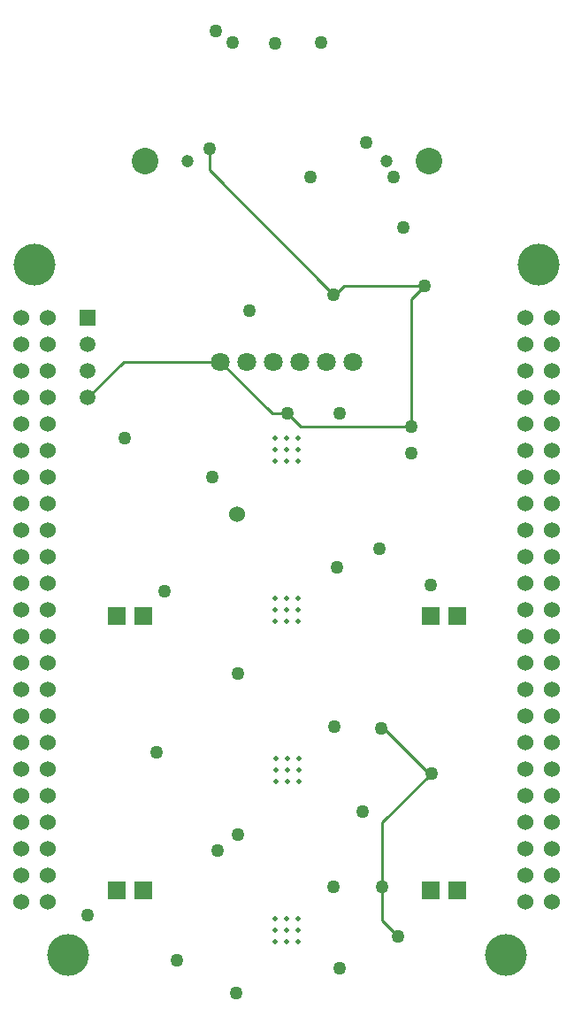
<source format=gbr>
G04 Layer_Physical_Order=2*
G04 Layer_Color=16440176*
%FSLAX26Y26*%
%MOIN*%
%TF.FileFunction,Copper,L2,Inr,Signal*%
%TF.Part,Single*%
G01*
G75*
%TA.AperFunction,Conductor*%
%ADD12C,0.010000*%
%TA.AperFunction,ComponentPad*%
%ADD13C,0.157480*%
%ADD14C,0.060000*%
%TA.AperFunction,ViaPad*%
%ADD15C,0.060000*%
%TA.AperFunction,ComponentPad*%
%ADD16C,0.100000*%
%ADD17C,0.047000*%
%ADD18R,0.059055X0.059055*%
%ADD19C,0.059055*%
%ADD20R,0.070866X0.070866*%
%ADD21C,0.070866*%
%TA.AperFunction,ViaPad*%
%ADD22C,0.050000*%
%ADD23C,0.019685*%
D12*
X1260000Y-2270000D02*
X1320000Y-2330000D01*
X1260000Y-1900566D02*
X1444566Y-1716000D01*
X1260000Y-2270000D02*
Y-1900566D01*
X903000Y-360000D02*
X953000Y-410000D01*
X1370000D01*
Y70000D01*
X1420000Y120000D01*
X1255694Y-1546196D02*
X1265228D01*
X1435032Y-1716000D02*
X1444566D01*
X1265228Y-1546196D02*
X1435032Y-1716000D01*
X650000Y-166000D02*
X844000Y-360000D01*
X903000D01*
X150000Y-300000D02*
X284000Y-166000D01*
X140000Y-300000D02*
X150000D01*
X284000Y-166000D02*
X633721D01*
X607000Y554992D02*
X1076000Y85992D01*
X1084567D01*
Y90700D01*
X1076000Y85992D02*
X1084567D01*
Y90700D02*
X1113868Y120000D01*
X633721Y-166000D02*
X638933Y-171213D01*
X607000Y554992D02*
Y637000D01*
X1113868Y120000D02*
X1420000D01*
D13*
X1850000Y200000D02*
D03*
X-50000D02*
D03*
X75000Y-2400000D02*
D03*
X1725000D02*
D03*
D14*
X1800000Y0D02*
D03*
Y-100000D02*
D03*
Y-200000D02*
D03*
Y-300000D02*
D03*
Y-400000D02*
D03*
Y-500000D02*
D03*
Y-600000D02*
D03*
Y-700000D02*
D03*
Y-800000D02*
D03*
Y-900000D02*
D03*
Y-1000000D02*
D03*
Y-1100000D02*
D03*
Y-1200000D02*
D03*
Y-1300000D02*
D03*
Y-1400000D02*
D03*
Y-1500000D02*
D03*
Y-1600000D02*
D03*
Y-1700000D02*
D03*
Y-1800000D02*
D03*
Y-1900000D02*
D03*
Y-2000000D02*
D03*
Y-2100000D02*
D03*
Y-2200000D02*
D03*
X1900000Y-100000D02*
D03*
Y-200000D02*
D03*
Y-300000D02*
D03*
Y-400000D02*
D03*
Y-500000D02*
D03*
Y-600000D02*
D03*
Y-700000D02*
D03*
Y-800000D02*
D03*
Y-900000D02*
D03*
Y-1000000D02*
D03*
Y-1100000D02*
D03*
Y-1200000D02*
D03*
Y-1300000D02*
D03*
Y-1400000D02*
D03*
Y-1500000D02*
D03*
Y-1600000D02*
D03*
Y-1700000D02*
D03*
Y-1800000D02*
D03*
Y-1900000D02*
D03*
Y-2000000D02*
D03*
Y-2100000D02*
D03*
Y-2200000D02*
D03*
X0Y0D02*
D03*
X-100000D02*
D03*
Y-100000D02*
D03*
Y-200000D02*
D03*
Y-300000D02*
D03*
Y-400000D02*
D03*
Y-500000D02*
D03*
Y-600000D02*
D03*
Y-700000D02*
D03*
Y-800000D02*
D03*
Y-900000D02*
D03*
Y-1000000D02*
D03*
Y-1100000D02*
D03*
Y-1200000D02*
D03*
Y-1300000D02*
D03*
Y-1400000D02*
D03*
Y-1500000D02*
D03*
Y-1600000D02*
D03*
Y-1700000D02*
D03*
Y-1800000D02*
D03*
Y-1900000D02*
D03*
Y-2000000D02*
D03*
Y-2100000D02*
D03*
Y-2200000D02*
D03*
X0Y-100000D02*
D03*
Y-200000D02*
D03*
Y-300000D02*
D03*
Y-400000D02*
D03*
Y-500000D02*
D03*
Y-600000D02*
D03*
Y-700000D02*
D03*
Y-800000D02*
D03*
Y-900000D02*
D03*
Y-1000000D02*
D03*
Y-1100000D02*
D03*
Y-1200000D02*
D03*
Y-1300000D02*
D03*
Y-1400000D02*
D03*
Y-1500000D02*
D03*
Y-1600000D02*
D03*
Y-1700000D02*
D03*
Y-1800000D02*
D03*
Y-1900000D02*
D03*
Y-2000000D02*
D03*
Y-2100000D02*
D03*
Y-2200000D02*
D03*
X1900000Y0D02*
D03*
D15*
X711614Y-740000D02*
D03*
D16*
X1436200Y590000D02*
D03*
X363800D02*
D03*
D17*
X525700D02*
D03*
X1274300Y588400D02*
D03*
D18*
X150000Y0D02*
D03*
D19*
Y-100000D02*
D03*
Y-200000D02*
D03*
Y-300000D02*
D03*
D20*
X1440551Y-2156000D02*
D03*
X1540551D02*
D03*
X359449D02*
D03*
X259449D02*
D03*
Y-1124897D02*
D03*
X359449D02*
D03*
X1440551D02*
D03*
X1540551D02*
D03*
D21*
X1150000Y-166000D02*
D03*
X1050000D02*
D03*
X950000D02*
D03*
X850000D02*
D03*
X750000D02*
D03*
X650000D02*
D03*
D22*
X693748Y1035992D02*
D03*
X854804Y1034000D02*
D03*
X1027480Y1035992D02*
D03*
X1255694Y-1546196D02*
D03*
X707480Y-2544008D02*
D03*
X714566Y-1946000D02*
D03*
Y-1340000D02*
D03*
X1320000Y-2330000D02*
D03*
X1186536Y-1860000D02*
D03*
X1370000Y-410000D02*
D03*
Y-509796D02*
D03*
X1420000Y120000D02*
D03*
X631000Y1079000D02*
D03*
X607000Y637000D02*
D03*
X1260000Y-2143678D02*
D03*
X1076000D02*
D03*
X1080000Y-1540000D02*
D03*
X1100000Y-360000D02*
D03*
X1090000Y-940000D02*
D03*
X1247078Y-870000D02*
D03*
X620000Y-600000D02*
D03*
X903000Y-360000D02*
D03*
X1100000Y-2450000D02*
D03*
X150000Y-2250000D02*
D03*
X1303180Y530000D02*
D03*
X990000D02*
D03*
X1200000Y660000D02*
D03*
X410000Y-1637426D02*
D03*
X1444566Y-1716000D02*
D03*
X640000Y-2006000D02*
D03*
X485032Y-2421442D02*
D03*
X1076000Y85992D02*
D03*
X440000Y-1030063D02*
D03*
X290000Y-454874D02*
D03*
X1440766Y-1006000D02*
D03*
X760000Y25000D02*
D03*
X1340000Y340000D02*
D03*
D23*
X943306Y-1056694D02*
D03*
X900000D02*
D03*
X856692D02*
D03*
X943306Y-1100000D02*
D03*
X900000D02*
D03*
X856692D02*
D03*
X943306Y-1143308D02*
D03*
X900000D02*
D03*
X856692D02*
D03*
X859692Y-1746308D02*
D03*
X903000D02*
D03*
X946306D02*
D03*
X859692Y-1703000D02*
D03*
X903000D02*
D03*
X946306D02*
D03*
X859692Y-1659694D02*
D03*
X903000D02*
D03*
X946306D02*
D03*
X856692Y-2349308D02*
D03*
X900000D02*
D03*
X943306D02*
D03*
X856692Y-2306000D02*
D03*
X900000D02*
D03*
X943306D02*
D03*
X856692Y-2262694D02*
D03*
X900000D02*
D03*
X943306D02*
D03*
Y-454874D02*
D03*
X900000D02*
D03*
X856692D02*
D03*
X943306Y-498182D02*
D03*
X900000D02*
D03*
X856692D02*
D03*
X943306Y-541488D02*
D03*
X900000D02*
D03*
X856692D02*
D03*
%TF.MD5,36f70bb412825f1f275524053783cb1a*%
M02*

</source>
